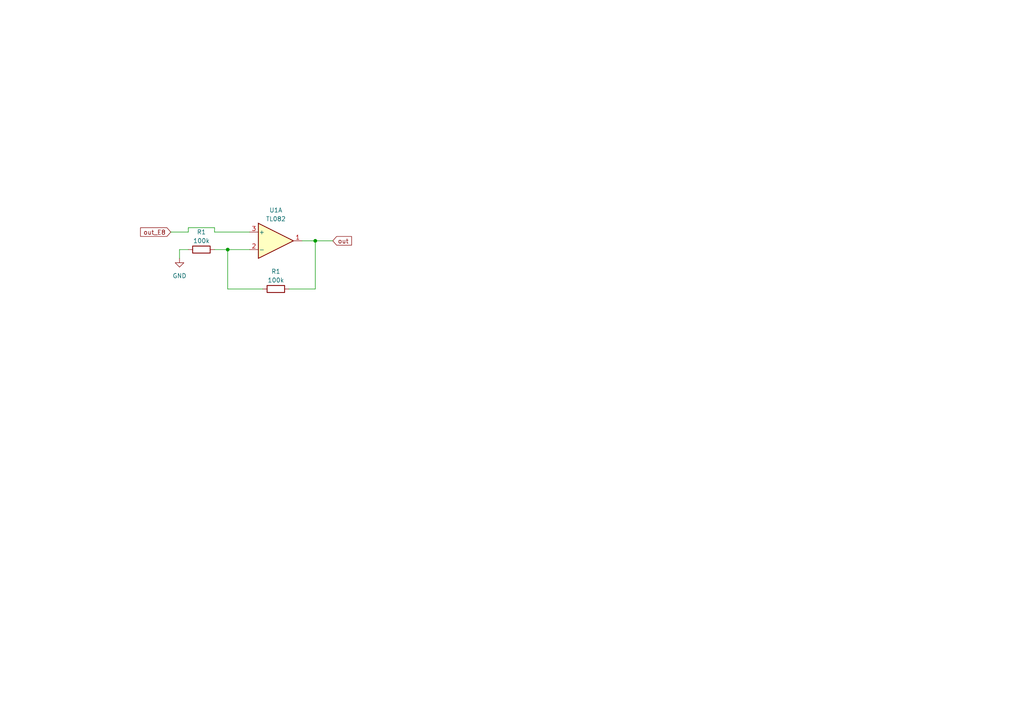
<source format=kicad_sch>
(kicad_sch (version 20230121) (generator eeschema)
  (paper "A4")
  (lib_symbols
    (symbol "Amplifier_Operational:TL082" (pin_names (offset 0.127))
      (property "Reference" "U" (at 0 5.08 0))
      (property "Value" "TL082" (at 0 -5.08 0))
      (symbol "TL082_1_1"
        (polyline (pts (xy -5.08 5.08) (xy 5.08 0) (xy -5.08 -5.08) (xy -5.08 5.08)) (stroke (width 0.254)) (fill (type background)))
        (pin output line (at 7.62 0 180) (length 2.54) (name "~") (number "1"))
        (pin input line (at -7.62 -2.54 0) (length 2.54) (name "-") (number "2"))
        (pin input line (at -7.62 2.54 0) (length 2.54) (name "+") (number "3"))
      )
      (symbol "TL082_2_1"
        (polyline (pts (xy -5.08 5.08) (xy 5.08 0) (xy -5.08 -5.08) (xy -5.08 5.08)) (stroke (width 0.254)) (fill (type background)))
        (pin input line (at -7.62 2.54 0) (length 2.54) (name "+") (number "5"))
        (pin input line (at -7.62 -2.54 0) (length 2.54) (name "-") (number "6"))
        (pin output line (at 7.62 0 180) (length 2.54) (name "~") (number "7"))
      )
      (symbol "TL082_3_1"
        (pin power_in line (at -2.54 -7.62 90) (length 3.81) (name "V-") (number "4"))
        (pin power_in line (at -2.54 7.62 270) (length 3.81) (name "V+") (number "8"))
      )
    )
    (symbol "Device:R" (pin_numbers hide) (pin_names (offset 0))
      (property "Reference" "R" (at 2.032 0 90))
      (property "Value" "R" (at 0 0 90))
      (symbol "R_0_1"
        (rectangle (start -1.016 -2.54) (end 1.016 2.54) (stroke (width 0.254)))
      )
      (symbol "R_1_1"
        (pin passive line (at 0 3.81 270) (length 1.27) (name "~") (number "1"))
        (pin passive line (at 0 -3.81 90) (length 1.27) (name "~") (number "2"))
      )
    )
    (symbol "power:GND" (power) (pin_names (offset 0))
      (property "Value" "GND" (at 0 -3.81 0))
      (symbol "GND_0_1"
        (polyline (pts (xy 0 0) (xy 0 -1.27) (xy 1.27 -1.27) (xy 0 -2.54) (xy -1.27 -1.27) (xy 0 -1.27)))
      )
      (symbol "GND_1_1"
        (pin power_in line (at 0 0 270) (length 0) hide (name "GND") (number "1"))
      )
    )
  )
  (junction (at 66.04 72.39))
  (junction (at 91.44 69.85))
  (wire (pts (xy 62.23 72.39) (xy 66.04 72.39)))
  (wire (pts (xy 91.44 69.85) (xy 96.52 69.85)))
  (wire (pts (xy 54.61 72.39) (xy 52.07 72.39)))
  (wire (pts (xy 54.61 66.04) (xy 62.23 66.04)))
  (wire (pts (xy 91.44 83.82) (xy 91.44 69.85)))
  (wire (pts (xy 54.61 67.31) (xy 54.61 66.04)))
  (wire (pts (xy 76.2 83.82) (xy 66.04 83.82)))
  (wire (pts (xy 49.53 67.31) (xy 54.61 67.31)))
  (wire (pts (xy 52.07 72.39) (xy 52.07 74.93)))
  (wire (pts (xy 66.04 83.82) (xy 66.04 72.39)))
  (wire (pts (xy 62.23 67.31) (xy 72.39 67.31)))
  (wire (pts (xy 66.04 72.39) (xy 72.39 72.39)))
  (wire (pts (xy 87.63 69.85) (xy 91.44 69.85)))
  (wire (pts (xy 83.82 83.82) (xy 91.44 83.82)))
  (wire (pts (xy 62.23 66.04) (xy 62.23 67.31)))
  (global_label "out_E8" (shape input) (at 49.53 67.31 180) (property "Intersheetrefs" "${INTERSHEET_REFS}" (effects hide)))
  (global_label "out" (shape input) (at 96.52 69.85 0) (property "Intersheetrefs" "${INTERSHEET_REFS}" (effects hide)))
  (symbol (lib_id "Amplifier_Operational:TL082") (at 80.01 69.85 0) (unit 1)
    (property "Reference" "U1" (at 80.01 60.96 0))
    (property "Value" "TL082" (at 80.01 63.5 0))
    (property "Footprint" "Package_DIP:DIP-8_W10.16mm_LongPads" (effects hide))
    (property "Datasheet" "http://www.ti.com/lit/ds/symlink/tl081.pdf" (effects hide))
    (instances (project "op" (path "" (reference "U1") (unit 1)) (path "" (reference "U7") (unit 1)) (path "" (reference "U7") (unit 1))))
  )
  (symbol (lib_id "power:GND") (at 52.07 74.93 0) (unit 1)
    (property "Reference" "#PWR038" (effects hide))
    (property "Value" "GND" (at 52.07 80.01 0))
  )
  (symbol (lib_id "Device:R") (at 80.01 83.82 90) (unit 1)
    (property "Reference" "R1" (at 80.01 78.74 90))
    (property "Value" "100k" (at 80.01 81.28 90))
    (property "Footprint" "Resistor_THT:R_Axial_DIN0207_L6.3mm_D2.5mm_P10.16mm_Horizontal" (effects hide))
    (instances (project "op" (path "" (reference "R1") (unit 1)) (path "" (reference "R42") (unit 1))))
  )
  (symbol (lib_id "Device:R") (at 58.42 72.39 90) (unit 1)
    (property "Reference" "R1" (at 58.42 67.31 90))
    (property "Value" "100k" (at 58.42 69.85 90))
    (property "Footprint" "Resistor_THT:R_Axial_DIN0207_L6.3mm_D2.5mm_P10.16mm_Horizontal" (effects hide))
    (instances (project "op" (path "" (reference "R1") (unit 1)) (path "" (reference "R41") (unit 1))))
  )
)
</source>
